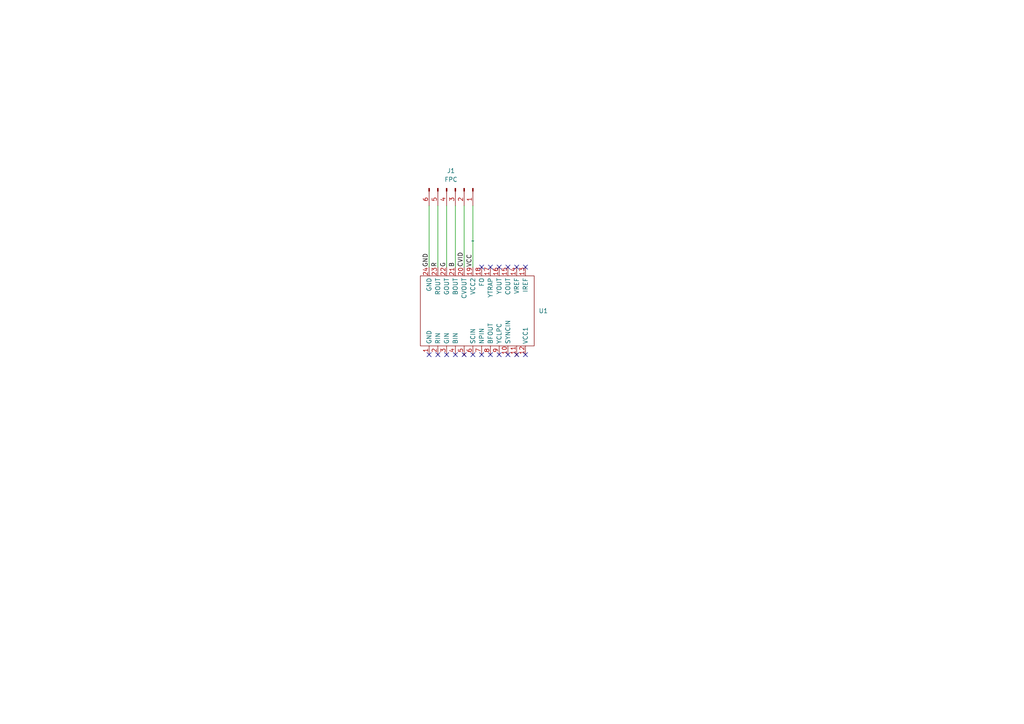
<source format=kicad_sch>
(kicad_sch (version 20230121) (generator eeschema)
  (paper "A4")
  (lib_symbols
    (symbol "Connector:Conn_01x06_Pin" (pin_names (offset 1.016) hide)
      (property "Reference" "J" (at 0 7.62 0))
      (property "Value" "Conn_01x06_Pin" (at 0 -10.16 0))
      (symbol "Conn_01x06_Pin_1_1"
        (polyline (pts (xy 1.27 -7.62) (xy 0.8636 -7.62)) (stroke (width 0.1524)))
        (polyline (pts (xy 1.27 -5.08) (xy 0.8636 -5.08)) (stroke (width 0.1524)))
        (polyline (pts (xy 1.27 -2.54) (xy 0.8636 -2.54)) (stroke (width 0.1524)))
        (polyline (pts (xy 1.27 0) (xy 0.8636 0)) (stroke (width 0.1524)))
        (polyline (pts (xy 1.27 2.54) (xy 0.8636 2.54)) (stroke (width 0.1524)))
        (polyline (pts (xy 1.27 5.08) (xy 0.8636 5.08)) (stroke (width 0.1524)))
        (rectangle (start 0.8636 -7.493) (end 0 -7.747) (stroke (width 0.1524)) (fill (type outline)))
        (rectangle (start 0.8636 -4.953) (end 0 -5.207) (stroke (width 0.1524)) (fill (type outline)))
        (rectangle (start 0.8636 -2.413) (end 0 -2.667) (stroke (width 0.1524)) (fill (type outline)))
        (rectangle (start 0.8636 0.127) (end 0 -0.127) (stroke (width 0.1524)) (fill (type outline)))
        (rectangle (start 0.8636 2.667) (end 0 2.413) (stroke (width 0.1524)) (fill (type outline)))
        (rectangle (start 0.8636 5.207) (end 0 4.953) (stroke (width 0.1524)) (fill (type outline)))
        (pin passive line (at 5.08 5.08 180) (length 3.81) (name "Pin_1") (number "1"))
        (pin passive line (at 5.08 2.54 180) (length 3.81) (name "Pin_2") (number "2"))
        (pin passive line (at 5.08 0 180) (length 3.81) (name "Pin_3") (number "3"))
        (pin passive line (at 5.08 -2.54 180) (length 3.81) (name "Pin_4") (number "4"))
        (pin passive line (at 5.08 -5.08 180) (length 3.81) (name "Pin_5") (number "5"))
        (pin passive line (at 5.08 -7.62 180) (length 3.81) (name "Pin_6") (number "6"))
      )
    )
    (symbol "LOOPY_RGB:CXA1645M"
      (property "Reference" "U" (at 0 0 0))
      (symbol "CXA1645M_0_1"
        (rectangle (start -15.24 -10.16) (end 17.78 -30.48))
      )
      (symbol "CXA1645M_1_1"
        (pin power_in line (at -12.7 -33.02 90) (length 2.54) (name "GND") (number "1"))
        (pin input line (at 10.16 -33.02 90) (length 2.54) (name "SYNCIN") (number "10"))
        (pin no_connect line (at 12.7 -33.02 90) (length 2.54) (name "") (number "11"))
        (pin power_in line (at 15.24 -33.02 90) (length 2.54) (name "VCC1") (number "12"))
        (pin input line (at 15.24 -7.62 270) (length 2.54) (name "IREF") (number "13"))
        (pin input line (at 12.7 -7.62 270) (length 2.54) (name "VREF") (number "14"))
        (pin input line (at 10.16 -7.62 270) (length 2.54) (name "COUT") (number "15"))
        (pin input line (at 7.62 -7.62 270) (length 2.54) (name "YOUT") (number "16"))
        (pin input line (at 5.08 -7.62 270) (length 2.54) (name "YTRAP") (number "17"))
        (pin input line (at 2.54 -7.62 270) (length 2.54) (name "FO") (number "18"))
        (pin power_in line (at 0 -7.62 270) (length 2.54) (name "VCC2") (number "19"))
        (pin input line (at -10.16 -33.02 90) (length 2.54) (name "RIN") (number "2"))
        (pin output line (at -2.54 -7.62 270) (length 2.54) (name "CVOUT") (number "20"))
        (pin output line (at -5.08 -7.62 270) (length 2.54) (name "BOUT") (number "21"))
        (pin output line (at -7.62 -7.62 270) (length 2.54) (name "GOUT") (number "22"))
        (pin output line (at -10.16 -7.62 270) (length 2.54) (name "ROUT") (number "23"))
        (pin power_in line (at -12.7 -7.62 270) (length 2.54) (name "GND") (number "24"))
        (pin input line (at -7.62 -33.02 90) (length 2.54) (name "GIN") (number "3"))
        (pin input line (at -5.08 -33.02 90) (length 2.54) (name "BIN") (number "4"))
        (pin no_connect line (at -2.54 -33.02 90) (length 2.54) (name "") (number "5"))
        (pin input line (at 0 -33.02 90) (length 2.54) (name "SCIN") (number "6"))
        (pin input line (at 2.54 -33.02 90) (length 2.54) (name "NPIN") (number "7"))
        (pin input line (at 5.08 -33.02 90) (length 2.54) (name "BFOUT") (number "8"))
        (pin input line (at 7.62 -33.02 90) (length 2.54) (name "YCLPC") (number "9"))
      )
    )
  )
  (no_connect (at 137.16 102.87))
  (no_connect (at 127 102.87))
  (no_connect (at 144.78 102.87))
  (no_connect (at 132.08 102.87))
  (no_connect (at 139.7 102.87))
  (no_connect (at 144.78 77.47))
  (no_connect (at 129.54 102.87))
  (no_connect (at 139.7 77.47))
  (no_connect (at 152.4 102.87))
  (no_connect (at 142.24 102.87))
  (no_connect (at 149.86 102.87))
  (no_connect (at 147.32 102.87))
  (no_connect (at 152.4 77.47))
  (no_connect (at 142.24 77.47))
  (no_connect (at 147.32 77.47))
  (no_connect (at 149.86 77.47))
  (no_connect (at 124.46 102.87))
  (no_connect (at 134.62 102.87))
  (wire (pts (xy 129.54 59.69) (xy 129.54 77.47)))
  (wire (pts (xy 127 59.69) (xy 127 77.47)))
  (wire (pts (xy 132.08 59.69) (xy 132.08 77.47)))
  (wire (pts (xy 137.16 59.69) (xy 137.16 77.47)))
  (wire (pts (xy 124.46 59.69) (xy 124.46 77.47)))
  (wire (pts (xy 134.62 59.69) (xy 134.62 77.47)))
  (label "GND" (at 124.46 77.47 90))
  (label "G" (at 129.54 77.47 90))
  (label "B" (at 132.08 77.47 90))
  (label "CVID" (at 134.62 77.47 90))
  (label "VCC" (at 137.16 77.47 90))
  (label "R" (at 127 77.47 90))
  (symbol (lib_id "LOOPY_RGB:CXA1645M") (at 137.16 69.85 0) (unit 1)
    (property "Reference" "U1" (at 156.21 90.17 0) (effects (justify left)))
    (property "Value" "~" (at 137.16 69.85 0))
    (property "Footprint" "LOOPY_RGB:SOIC-24-Castellated-First6" (effects hide))
  )
  (symbol (lib_id "Connector:Conn_01x06_Pin") (at 132.08 54.61 270) (unit 1)
    (property "Reference" "J1" (at 130.81 49.53 90))
    (property "Value" "FPC" (at 130.81 52.07 90))
    (property "Footprint" "Connector_FFC-FPC:TE_0-1734839-6_1x06-1MP_P0.5mm_Horizontal" (effects hide))
  )
)
</source>
